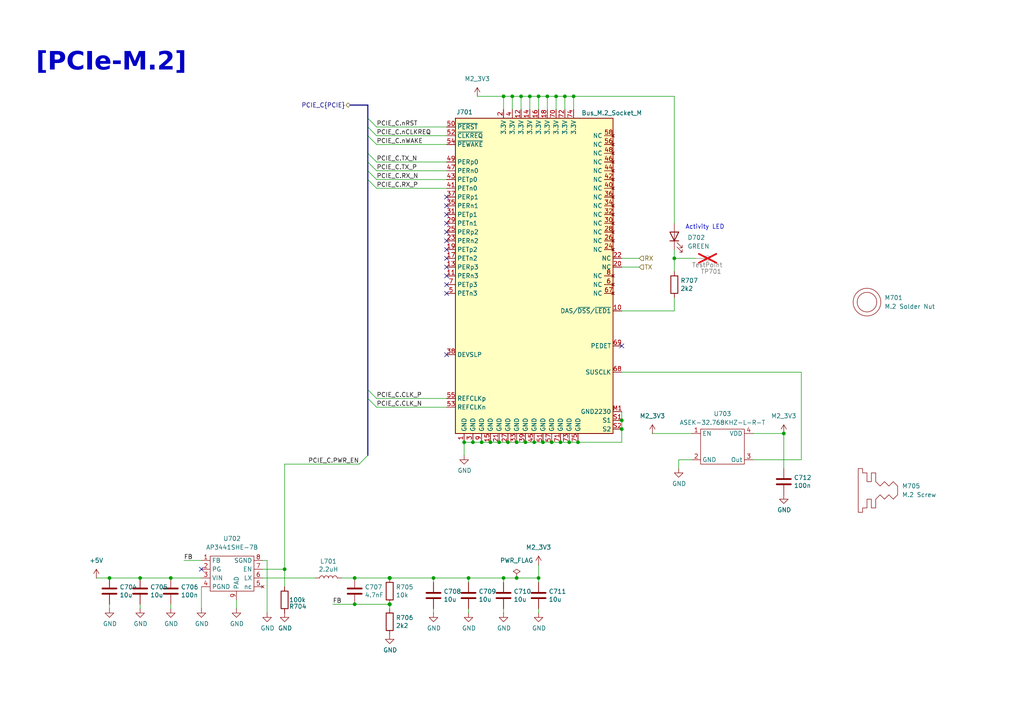
<source format=kicad_sch>
(kicad_sch (version 20231120) (generator "eeschema") (generator_version "8.0")
  (paper "A4")
  (title_block (title "CM5 MINIMA") (date "2024-12-17") (rev "2") (company "Pierluigi Colangeli"))
  (lib_symbols
    (symbol "CM5IO:AP3441SHE-7B"
      (property "Reference" "U702" (at 0 11.43 0))
      (property "Value" "AP3441SHE-7B" (at 0 8.89 0))
      (symbol "AP3441SHE-7B_0_1"
        (rectangle (start -6.35 6.35) (end 6.35 -3.81))
      )
      (symbol "AP3441SHE-7B_1_1"
        (pin passive line (at -8.89 5.08 0) (length 2.54) (name "FB") (number "1"))
        (pin open_collector line (at -8.89 2.54 0) (length 2.54) (name "PG") (number "2"))
        (pin power_in line (at -8.89 0 0) (length 2.54) (name "VIN") (number "3"))
        (pin power_in line (at -8.89 -2.54 0) (length 2.54) (name "PGND") (number "4"))
        (pin no_connect line (at 8.89 -2.54 180) (length 2.54) (name "nc") (number "5"))
        (pin power_out line (at 8.89 0 180) (length 2.54) (name "LX") (number "6"))
        (pin input line (at 8.89 2.54 180) (length 2.54) (name "EN") (number "7"))
        (pin power_in line (at 8.89 5.08 180) (length 2.54) (name "SGND") (number "8"))
        (pin power_in line (at 1.27 -6.35 90) (length 2.54) (name "PAD") (number "9"))
      )
    )
    (symbol "CM5IO:ASEK-32.768KHZ-L-R-T"
      (property "Reference" "U703" (at 0 9.525 0))
      (property "Value" "ASEK-32.768KHZ-L-R-T" (at 0 6.985 0))
      (symbol "ASEK-32.768KHZ-L-R-T_0_1"
        (rectangle (start -6.35 5.08) (end 6.35 -5.08))
      )
      (symbol "ASEK-32.768KHZ-L-R-T_1_1"
        (pin power_in line (at -8.89 3.81 0) (length 2.54) (name "EN") (number "1"))
        (pin power_in line (at -8.89 -3.81 0) (length 2.54) (name "GND") (number "2"))
        (pin output line (at 8.89 -3.81 180) (length 2.54) (name "Out") (number "3"))
        (pin power_in line (at 8.89 3.81 180) (length 2.54) (name "VDD") (number "4"))
      )
    )
    (symbol "CM5IO:Bus_M.2_Socket_M"
      (property "Reference" "J701" (at -22.606 47.498 0))
      (property "Value" "Bus_M.2_Socket_M" (at 13.716 47.244 0))
      (symbol "Bus_M.2_Socket_M_0_1"
        (rectangle (start -22.86 45.72) (end 22.86 -45.72) (stroke (width 0.254)) (fill (type background)))
      )
      (symbol "Bus_M.2_Socket_M_1_1"
        (pin power_in line (at -20.32 -48.26 90) (length 2.54) (name "GND") (number "1"))
        (pin bidirectional line (at 25.4 -10.16 180) (length 2.54) (name "DAS/~{DSS}/~{LED1}") (number "10"))
        (pin input line (at -25.4 0 0) (length 2.54) (name "PERn3") (number "11"))
        (pin power_in line (at -3.81 48.26 270) (length 2.54) (name "3.3V") (number "12"))
        (pin input line (at -25.4 2.54 0) (length 2.54) (name "PERp3") (number "13"))
        (pin power_in line (at -1.27 48.26 270) (length 2.54) (name "3.3V") (number "14"))
        (pin power_in line (at -12.7 -48.26 90) (length 2.54) (name "GND") (number "15"))
        (pin power_in line (at 1.27 48.26 270) (length 2.54) (name "3.3V") (number "16"))
        (pin output line (at -25.4 5.08 0) (length 2.54) (name "PETn2") (number "17"))
        (pin power_in line (at 3.81 48.26 270) (length 2.54) (name "3.3V") (number "18"))
        (pin output line (at -25.4 7.62 0) (length 2.54) (name "PETp2") (number "19"))
        (pin power_in line (at -8.89 48.26 270) (length 2.54) (name "3.3V") (number "2"))
        (pin bidirectional line (at 25.4 2.54 180) (length 2.54) (name "NC") (number "20"))
        (pin power_in line (at -10.16 -48.26 90) (length 2.54) (name "GND") (number "21"))
        (pin bidirectional line (at 25.4 5.08 180) (length 2.54) (name "NC") (number "22"))
        (pin input line (at -25.4 10.16 0) (length 2.54) (name "PERn2") (number "23"))
        (pin no_connect line (at 22.86 7.62 180) (length 2.54) (name "NC") (number "24"))
        (pin input line (at -25.4 12.7 0) (length 2.54) (name "PERp2") (number "25"))
        (pin no_connect line (at 22.86 10.16 180) (length 2.54) (name "NC") (number "26"))
        (pin power_in line (at -7.62 -48.26 90) (length 2.54) (name "GND") (number "27"))
        (pin no_connect line (at 22.86 12.7 180) (length 2.54) (name "NC") (number "28"))
        (pin output line (at -25.4 15.24 0) (length 2.54) (name "PETn1") (number "29"))
        (pin power_in line (at -17.78 -48.26 90) (length 2.54) (name "GND") (number "3"))
        (pin no_connect line (at 22.86 15.24 180) (length 2.54) (name "NC") (number "30"))
        (pin output line (at -25.4 17.78 0) (length 2.54) (name "PETp1") (number "31"))
        (pin no_connect line (at 22.86 17.78 180) (length 2.54) (name "NC") (number "32"))
        (pin power_in line (at -5.08 -48.26 90) (length 2.54) (name "GND") (number "33"))
        (pin no_connect line (at 22.86 20.32 180) (length 2.54) (name "NC") (number "34"))
        (pin input line (at -25.4 20.32 0) (length 2.54) (name "PERn1") (number "35"))
        (pin no_connect line (at 22.86 22.86 180) (length 2.54) (name "NC") (number "36"))
        (pin input line (at -25.4 22.86 0) (length 2.54) (name "PERp1") (number "37"))
        (pin input line (at -25.4 -22.86 0) (length 2.54) (name "DEVSLP") (number "38"))
        (pin power_in line (at -2.54 -48.26 90) (length 2.54) (name "GND") (number "39"))
        (pin power_in line (at -6.35 48.26 270) (length 2.54) (name "3.3V") (number "4"))
        (pin no_connect line (at 22.86 25.4 180) (length 2.54) (name "NC") (number "40"))
        (pin output line (at -25.4 25.4 0) (length 2.54) (name "PETn0") (number "41"))
        (pin no_connect line (at 22.86 27.94 180) (length 2.54) (name "NC") (number "42"))
        (pin output line (at -25.4 27.94 0) (length 2.54) (name "PETp0") (number "43"))
        (pin no_connect line (at 22.86 30.48 180) (length 2.54) (name "NC") (number "44"))
        (pin power_in line (at 0 -48.26 90) (length 2.54) (name "GND") (number "45"))
        (pin no_connect line (at 22.86 33.02 180) (length 2.54) (name "NC") (number "46"))
        (pin input line (at -25.4 30.48 0) (length 2.54) (name "PERn0") (number "47"))
        (pin no_connect line (at 22.86 35.56 180) (length 2.54) (name "NC") (number "48"))
        (pin input line (at -25.4 33.02 0) (length 2.54) (name "PERp0") (number "49"))
        (pin output line (at -25.4 -5.08 0) (length 2.54) (name "PETn3") (number "5"))
        (pin input line (at -25.4 43.18 0) (length 2.54) (name "~{PERST}") (number "50"))
        (pin power_in line (at 2.54 -48.26 90) (length 2.54) (name "GND") (number "51"))
        (pin bidirectional line (at -25.4 40.64 0) (length 2.54) (name "~{CLKREQ}") (number "52"))
        (pin input line (at -25.4 -38.1 0) (length 2.54) (name "REFCLKn") (number "53"))
        (pin bidirectional line (at -25.4 38.1 0) (length 2.54) (name "~{PEWAKE}") (number "54"))
        (pin input line (at -25.4 -35.56 0) (length 2.54) (name "REFCLKp") (number "55"))
        (pin no_connect line (at 22.86 38.1 180) (length 2.54) (name "NC") (number "56"))
        (pin power_in line (at 5.08 -48.26 90) (length 2.54) (name "GND") (number "57"))
        (pin no_connect line (at 22.86 40.64 180) (length 2.54) (name "NC") (number "58"))
        (pin no_connect line (at 22.86 -2.54 180) (length 2.54) (name "NC") (number "6"))
        (pin no_connect line (at 22.86 -5.08 180) (length 2.54) (name "NC") (number "67"))
        (pin input line (at 25.4 -27.94 180) (length 2.54) (name "SUSCLK") (number "68"))
        (pin passive line (at 25.4 -20.32 180) (length 2.54) (name "PEDET") (number "69"))
        (pin output line (at -25.4 -2.54 0) (length 2.54) (name "PETp3") (number "7"))
        (pin power_in line (at 6.35 48.26 270) (length 2.54) (name "3.3V") (number "70"))
        (pin power_in line (at 7.62 -48.26 90) (length 2.54) (name "GND") (number "71"))
        (pin power_in line (at 8.89 48.26 270) (length 2.54) (name "3.3V") (number "72"))
        (pin power_in line (at 10.16 -48.26 90) (length 2.54) (name "GND") (number "73"))
        (pin power_in line (at 11.43 48.26 270) (length 2.54) (name "3.3V") (number "74"))
        (pin power_in line (at 12.7 -48.26 90) (length 2.54) (name "GND") (number "75"))
        (pin no_connect line (at 22.86 0 180) (length 2.54) (name "NC") (number "8"))
        (pin power_in line (at -15.24 -48.26 90) (length 2.54) (name "GND") (number "9"))
        (pin power_in line (at 25.4 -39.37 180) (length 2.54) (name "GND2230") (number "M1"))
        (pin no_connect line (at 25.4 -36.83 180) (length 2.54) hide (name "GND2242") (number "M2"))
        (pin no_connect line (at 25.4 -34.29 180) (length 2.54) hide (name "GND2260") (number "M3"))
        (pin no_connect line (at 25.4 -31.75 180) (length 2.54) hide (name "GND2280") (number "M4"))
        (pin power_in line (at 25.4 -41.91 180) (length 2.54) (name "S1") (number "S1"))
        (pin power_in line (at 25.4 -44.45 180) (length 2.54) (name "S2") (number "S2"))
      )
    )
    (symbol "CM5IO:M.2_Screw" (pin_numbers hide) (pin_names (offset 0) hide) (on_board no)
      (property "Reference" "M" (at -0.254 -6.35 0))
      (property "Value" "M.2 Screw" (at 0.254 -8.636 0))
      (symbol "M.2_Screw_0_1"
        (polyline (pts (xy -5.08 0) (xy -5.08 -6.35) (xy -3.81 -6.35) (xy -3.81 -5.08) (xy -2.54 -5.08) (xy -2.54 -2.54) (xy -1.27 -2.54) (xy -1.27 -5.08) (xy 0 -5.08) (xy 0 -2.54) (xy 1.27 -1.27) (xy 2.54 -2.54) (xy 3.81 -1.27) (xy 5.08 -2.54) (xy 6.35 -1.27) (xy 6.35 1.27) (xy 5.08 2.54) (xy 3.81 1.27) (xy 2.54 2.54) (xy 1.27 1.27) (xy 0 2.54) (xy 0 5.08) (xy -1.27 5.08) (xy -1.27 2.54) (xy -2.54 2.54) (xy -2.54 5.08) (xy -3.81 5.08) (xy -3.81 6.35) (xy -5.08 6.35) (xy -5.08 0)))
      )
    )
    (symbol "CM5IO:SolderNut" (pin_numbers hide) (pin_names (offset 0) hide) (exclude_from_sim yes) (on_board no)
      (property "Reference" "M" (at -6.35 -3.556 0))
      (property "Value" "M.2 Solder Nut" (at 0.254 -5.842 0))
      (symbol "SolderNut_0_1"
        (circle (center 0 0) (radius 2.8398))
        (circle (center 0 0) (radius 4.0161))
      )
    )
    (symbol "Connector:TestPoint" (pin_numbers hide) (pin_names (offset 0.762) hide)
      (property "Reference" "TP" (at 0 6.858 0))
      (property "Value" "TestPoint" (at 0 5.08 0))
      (symbol "TestPoint_0_1"
        (circle (center 0 3.302) (radius 0.762))
      )
      (symbol "TestPoint_1_1"
        (pin passive line (at 0 0 90) (length 2.54) (name "1") (number "1"))
      )
    )
    (symbol "Device:C" (pin_numbers hide) (pin_names (offset 0.254))
      (property "Reference" "C" (at 0.635 2.54 0))
      (property "Value" "C" (at 0.635 -2.54 0))
      (symbol "C_0_1"
        (polyline (pts (xy -2.032 -0.762) (xy 2.032 -0.762)) (stroke (width 0.508)))
        (polyline (pts (xy -2.032 0.762) (xy 2.032 0.762)) (stroke (width 0.508)))
      )
      (symbol "C_1_1"
        (pin passive line (at 0 3.81 270) (length 2.794) (name "~") (number "1"))
        (pin passive line (at 0 -3.81 90) (length 2.794) (name "~") (number "2"))
      )
    )
    (symbol "Device:L" (pin_numbers hide) (pin_names (offset 1.016) hide)
      (property "Reference" "L" (at -1.27 0 90))
      (property "Value" "L" (at 1.905 0 90))
      (symbol "L_0_1"
        (arc (start 0 -2.54) (mid 0.6323 -1.905) (end 0 -1.27))
        (arc (start 0 -1.27) (mid 0.6323 -0.635) (end 0 0))
        (arc (start 0 0) (mid 0.6323 0.635) (end 0 1.27))
        (arc (start 0 1.27) (mid 0.6323 1.905) (end 0 2.54))
      )
      (symbol "L_1_1"
        (pin passive line (at 0 3.81 270) (length 1.27) (name "1") (number "1"))
        (pin passive line (at 0 -3.81 90) (length 1.27) (name "2") (number "2"))
      )
    )
    (symbol "Device:LED" (pin_numbers hide) (pin_names (offset 1.016) hide)
      (property "Reference" "D" (at 0 2.54 0))
      (property "Value" "LED" (at 0 -2.54 0))
      (symbol "LED_0_1"
        (polyline (pts (xy -1.27 -1.27) (xy -1.27 1.27)) (stroke (width 0.254)))
        (polyline (pts (xy -1.27 0) (xy 1.27 0)))
        (polyline (pts (xy 1.27 -1.27) (xy 1.27 1.27) (xy -1.27 0) (xy 1.27 -1.27)) (stroke (width 0.254)))
        (polyline (pts (xy -3.048 -0.762) (xy -4.572 -2.286) (xy -3.81 -2.286) (xy -4.572 -2.286) (xy -4.572 -1.524)))
        (polyline (pts (xy -1.778 -0.762) (xy -3.302 -2.286) (xy -2.54 -2.286) (xy -3.302 -2.286) (xy -3.302 -1.524)))
      )
      (symbol "LED_1_1"
        (pin passive line (at -3.81 0 0) (length 2.54) (name "K") (number "1"))
        (pin passive line (at 3.81 0 180) (length 2.54) (name "A") (number "2"))
      )
    )
    (symbol "Device:R" (pin_numbers hide) (pin_names (offset 0))
      (property "Reference" "R" (at 2.032 0 90))
      (property "Value" "R" (at 0 0 90))
      (symbol "R_0_1"
        (rectangle (start -1.016 -2.54) (end 1.016 2.54) (stroke (width 0.254)))
      )
      (symbol "R_1_1"
        (pin passive line (at 0 3.81 270) (length 1.27) (name "~") (number "1"))
        (pin passive line (at 0 -3.81 90) (length 1.27) (name "~") (number "2"))
      )
    )
    (symbol "power:+5V" (power) (pin_numbers hide) (pin_names (offset 0) hide)
      (property "Value" "+5V" (at 0 3.556 0))
      (symbol "+5V_0_1"
        (polyline (pts (xy -0.762 1.27) (xy 0 2.54)))
        (polyline (pts (xy 0 0) (xy 0 2.54)))
        (polyline (pts (xy 0 2.54) (xy 0.762 1.27)))
      )
      (symbol "+5V_1_1"
        (pin power_in line (at 0 0 90) (length 0) (name "~") (number "1"))
      )
    )
    (symbol "power:GND" (power) (pin_numbers hide) (pin_names (offset 0) hide)
      (property "Value" "GND" (at 0 -3.81 0))
      (symbol "GND_0_1"
        (polyline (pts (xy 0 0) (xy 0 -1.27) (xy 1.27 -1.27) (xy 0 -2.54) (xy -1.27 -1.27) (xy 0 -1.27)))
      )
      (symbol "GND_1_1"
        (pin power_in line (at 0 0 270) (length 0) (name "~") (number "1"))
      )
    )
    (symbol "power:PWR_FLAG" (power) (pin_numbers hide) (pin_names (offset 0) hide)
      (property "Value" "PWR_FLAG" (at 0 3.81 0))
      (symbol "PWR_FLAG_0_0"
        (pin power_out line (at 0 0 90) (length 0) (name "~") (number "1"))
      )
      (symbol "PWR_FLAG_0_1"
        (polyline (pts (xy 0 0) (xy 0 1.27) (xy -1.016 1.905) (xy 0 2.54) (xy 1.016 1.905) (xy 0 1.27)))
      )
    )
  )
  (bus_alias "PCIE" (members "nRST" "nCLKREQ" "nWAKE" "TX_N" "TX_P" "RX_N" "RX_P" "CLK_N" "CLK_P" "PWR_EN"))
  (junction (at 146.05 27.94))
  (junction (at 142.24 128.27))
  (junction (at 125.73 167.64))
  (junction (at 166.37 27.94))
  (junction (at 49.53 167.64))
  (junction (at 82.55 165.1))
  (junction (at 195.58 74.93))
  (junction (at 40.64 167.64))
  (junction (at 180.34 124.46))
  (junction (at 180.34 121.92))
  (junction (at 158.75 27.94))
  (junction (at 144.78 128.27))
  (junction (at 137.16 128.27))
  (junction (at 134.62 128.27))
  (junction (at 151.13 27.94))
  (junction (at 167.64 128.27))
  (junction (at 148.59 27.94))
  (junction (at 102.87 167.64))
  (junction (at 102.87 175.26))
  (junction (at 113.03 175.26) (diameter 1.016))
  (junction (at 157.48 128.27))
  (junction (at 153.67 27.94))
  (junction (at 160.02 128.27))
  (junction (at 152.4 128.27))
  (junction (at 139.7 128.27))
  (junction (at 149.86 167.64))
  (junction (at 161.29 27.94))
  (junction (at 156.21 27.94))
  (junction (at 135.89 167.64))
  (junction (at 163.83 27.94))
  (junction (at 227.33 125.73))
  (junction (at 154.94 128.27))
  (junction (at 162.56 128.27))
  (junction (at 156.21 167.64))
  (junction (at 147.32 128.27))
  (junction (at 165.1 128.27))
  (junction (at 31.75 167.64))
  (junction (at 146.05 167.64))
  (junction (at 149.86 128.27))
  (junction (at 113.03 167.64) (diameter 1.016))
  (no_connect (at 129.54 67.31))
  (no_connect (at 129.54 74.93))
  (no_connect (at 129.54 72.39))
  (no_connect (at 129.54 82.55))
  (no_connect (at 129.54 80.01))
  (no_connect (at 129.54 85.09))
  (no_connect (at 129.54 57.15))
  (no_connect (at 58.42 165.1))
  (no_connect (at 129.54 64.77))
  (no_connect (at 129.54 77.47))
  (no_connect (at 129.54 62.23))
  (no_connect (at 129.54 102.87))
  (no_connect (at 180.34 100.33))
  (no_connect (at 129.54 69.85))
  (no_connect (at 129.54 59.69))
  (bus_entry (at 109.22 39.37) (size -2.54 -2.54))
  (bus_entry (at 109.22 54.61) (size -2.54 -2.54))
  (bus_entry (at 109.22 115.57) (size -2.54 -2.54))
  (bus_entry (at 109.22 36.83) (size -2.54 -2.54))
  (bus_entry (at 109.22 118.11) (size -2.54 -2.54))
  (bus_entry (at 104.14 134.62) (size 2.54 -2.54))
  (bus_entry (at 109.22 49.53) (size -2.54 -2.54))
  (bus_entry (at 109.22 46.99) (size -2.54 -2.54))
  (bus_entry (at 109.22 52.07) (size -2.54 -2.54))
  (bus_entry (at 109.22 41.91) (size -2.54 -2.54))
  (wire (pts (xy 76.2 165.1) (xy 82.55 165.1)))
  (bus (pts (xy 106.68 115.57) (xy 106.68 132.08)))
  (wire (pts (xy 109.22 36.83) (xy 129.54 36.83)))
  (wire (pts (xy 146.05 176.53) (xy 146.05 177.8)))
  (wire (pts (xy 160.02 128.27) (xy 157.48 128.27)))
  (wire (pts (xy 27.94 167.64) (xy 31.75 167.64)))
  (wire (pts (xy 180.34 128.27) (xy 167.64 128.27)))
  (wire (pts (xy 68.58 176.53) (xy 68.58 173.99)))
  (wire (pts (xy 40.64 167.64) (xy 49.53 167.64)))
  (wire (pts (xy 49.53 167.64) (xy 58.42 167.64)))
  (wire (pts (xy 166.37 27.94) (xy 166.37 31.75)))
  (wire (pts (xy 109.22 115.57) (xy 129.54 115.57)))
  (wire (pts (xy 31.75 167.64) (xy 40.64 167.64)))
  (wire (pts (xy 180.34 124.46) (xy 180.34 128.27)))
  (wire (pts (xy 189.23 125.73) (xy 200.66 125.73)))
  (wire (pts (xy 99.06 167.64) (xy 102.87 167.64)))
  (wire (pts (xy 196.85 135.89) (xy 196.85 133.35)))
  (wire (pts (xy 180.34 121.92) (xy 180.34 124.46)))
  (wire (pts (xy 113.03 176.53) (xy 113.03 175.26)))
  (wire (pts (xy 156.21 176.53) (xy 156.21 177.8)))
  (wire (pts (xy 153.67 27.94) (xy 156.21 27.94)))
  (wire (pts (xy 156.21 27.94) (xy 158.75 27.94)))
  (wire (pts (xy 109.22 118.11) (xy 129.54 118.11)))
  (wire (pts (xy 109.22 52.07) (xy 129.54 52.07)))
  (bus (pts (xy 106.68 49.53) (xy 106.68 52.07)))
  (wire (pts (xy 125.73 177.8) (xy 125.73 176.53)))
  (wire (pts (xy 195.58 27.94) (xy 195.58 64.77)))
  (wire (pts (xy 180.34 90.17) (xy 195.58 90.17)))
  (wire (pts (xy 162.56 128.27) (xy 160.02 128.27)))
  (wire (pts (xy 180.34 119.38) (xy 180.34 121.92)))
  (wire (pts (xy 156.21 167.64) (xy 156.21 168.91)))
  (wire (pts (xy 161.29 27.94) (xy 161.29 31.75)))
  (bus (pts (xy 101.6 30.48) (xy 106.68 30.48)))
  (wire (pts (xy 166.37 27.94) (xy 195.58 27.94)))
  (bus (pts (xy 106.68 113.03) (xy 106.68 115.57)))
  (wire (pts (xy 180.34 107.95) (xy 232.41 107.95)))
  (bus (pts (xy 106.68 52.07) (xy 106.68 113.03)))
  (bus (pts (xy 106.68 39.37) (xy 106.68 44.45)))
  (wire (pts (xy 149.86 128.27) (xy 152.4 128.27)))
  (wire (pts (xy 77.47 162.56) (xy 77.47 177.8)))
  (wire (pts (xy 146.05 167.64) (xy 146.05 168.91)))
  (wire (pts (xy 82.55 134.62) (xy 82.55 165.1)))
  (wire (pts (xy 129.54 46.99) (xy 109.22 46.99)))
  (wire (pts (xy 157.48 128.27) (xy 154.94 128.27)))
  (wire (pts (xy 195.58 74.93) (xy 195.58 78.74)))
  (wire (pts (xy 102.87 175.26) (xy 113.03 175.26)))
  (wire (pts (xy 31.75 175.26) (xy 31.75 176.53)))
  (wire (pts (xy 125.73 168.91) (xy 125.73 167.64)))
  (wire (pts (xy 232.41 133.35) (xy 218.44 133.35)))
  (wire (pts (xy 109.22 49.53) (xy 129.54 49.53)))
  (wire (pts (xy 151.13 27.94) (xy 153.67 27.94)))
  (wire (pts (xy 102.87 167.64) (xy 113.03 167.64)))
  (wire (pts (xy 196.85 133.35) (xy 200.66 133.35)))
  (wire (pts (xy 146.05 27.94) (xy 146.05 31.75)))
  (wire (pts (xy 195.58 74.93) (xy 201.93 74.93)))
  (wire (pts (xy 149.86 128.27) (xy 147.32 128.27)))
  (wire (pts (xy 146.05 167.64) (xy 149.86 167.64)))
  (wire (pts (xy 195.58 90.17) (xy 195.58 86.36)))
  (wire (pts (xy 134.62 128.27) (xy 137.16 128.27)))
  (wire (pts (xy 151.13 27.94) (xy 151.13 31.75)))
  (wire (pts (xy 76.2 162.56) (xy 77.47 162.56)))
  (wire (pts (xy 139.7 128.27) (xy 142.24 128.27)))
  (wire (pts (xy 163.83 27.94) (xy 166.37 27.94)))
  (wire (pts (xy 134.62 128.27) (xy 134.62 132.08)))
  (wire (pts (xy 142.24 128.27) (xy 144.78 128.27)))
  (wire (pts (xy 96.52 175.26) (xy 102.87 175.26)))
  (wire (pts (xy 125.73 167.64) (xy 135.89 167.64)))
  (bus (pts (xy 106.68 34.29) (xy 106.68 36.83)))
  (bus (pts (xy 106.68 36.83) (xy 106.68 39.37)))
  (wire (pts (xy 53.34 162.56) (xy 58.42 162.56)))
  (wire (pts (xy 167.64 128.27) (xy 165.1 128.27)))
  (wire (pts (xy 148.59 27.94) (xy 148.59 31.75)))
  (wire (pts (xy 146.05 27.94) (xy 148.59 27.94)))
  (wire (pts (xy 135.89 167.64) (xy 135.89 168.91)))
  (wire (pts (xy 148.59 27.94) (xy 151.13 27.94)))
  (bus (pts (xy 106.68 46.99) (xy 106.68 49.53)))
  (wire (pts (xy 227.33 125.73) (xy 218.44 125.73)))
  (wire (pts (xy 40.64 175.26) (xy 40.64 176.53)))
  (wire (pts (xy 195.58 74.93) (xy 195.58 72.39)))
  (wire (pts (xy 109.22 41.91) (xy 129.54 41.91)))
  (wire (pts (xy 180.34 77.47) (xy 185.42 77.47)))
  (wire (pts (xy 58.42 176.53) (xy 58.42 170.18)))
  (wire (pts (xy 227.33 135.89) (xy 227.33 125.73)))
  (wire (pts (xy 135.89 167.64) (xy 146.05 167.64)))
  (wire (pts (xy 138.43 27.94) (xy 146.05 27.94)))
  (wire (pts (xy 109.22 54.61) (xy 129.54 54.61)))
  (wire (pts (xy 109.22 39.37) (xy 129.54 39.37)))
  (wire (pts (xy 180.34 74.93) (xy 185.42 74.93)))
  (bus (pts (xy 106.68 30.48) (xy 106.68 34.29)))
  (wire (pts (xy 158.75 27.94) (xy 161.29 27.94)))
  (wire (pts (xy 139.7 128.27) (xy 137.16 128.27)))
  (wire (pts (xy 153.67 27.94) (xy 153.67 31.75)))
  (wire (pts (xy 163.83 27.94) (xy 163.83 31.75)))
  (wire (pts (xy 149.86 167.64) (xy 156.21 167.64)))
  (wire (pts (xy 161.29 27.94) (xy 163.83 27.94)))
  (wire (pts (xy 104.14 134.62) (xy 82.55 134.62)))
  (wire (pts (xy 49.53 175.26) (xy 49.53 176.53)))
  (wire (pts (xy 82.55 165.1) (xy 82.55 170.18)))
  (wire (pts (xy 135.89 176.53) (xy 135.89 177.8)))
  (bus (pts (xy 106.68 44.45) (xy 106.68 46.99)))
  (wire (pts (xy 76.2 167.64) (xy 91.44 167.64)))
  (wire (pts (xy 152.4 128.27) (xy 154.94 128.27)))
  (wire (pts (xy 156.21 163.83) (xy 156.21 167.64)))
  (wire (pts (xy 144.78 128.27) (xy 147.32 128.27)))
  (wire (pts (xy 158.75 27.94) (xy 158.75 31.75)))
  (wire (pts (xy 113.03 167.64) (xy 125.73 167.64)))
  (wire (pts (xy 165.1 128.27) (xy 162.56 128.27)))
  (wire (pts (xy 156.21 27.94) (xy 156.21 31.75)))
  (wire (pts (xy 232.41 107.95) (xy 232.41 133.35)))
  (text "[PCIe-M.2]" (at 32.258 19.558 0) (effects (font (size 5.27 5.27) (bold yes))))
  (text "Activity LED" (at 198.755 66.675 0) (effects (font (size 1.27 1.27)) (justify left bottom)))
  (label "PCIE_C.nWAKE" (at 109.22 41.91 0))
  (label "PCIE_C.RX_N" (at 109.22 52.07 0))
  (label "PCIE_C.RX_P" (at 109.22 54.61 0))
  (label "PCIE_C.CLK_N" (at 109.22 118.11 0))
  (label "PCIE_C.PWR_EN" (at 104.14 134.62 180))
  (label "FB" (at 53.34 162.56 0))
  (label "PCIE_C.TX_N" (at 109.22 46.99 0))
  (label "PCIE_C.nCLKREQ" (at 109.22 39.37 0))
  (label "PCIE_C.CLK_P" (at 109.22 115.57 0))
  (label "PCIE_C.nRST" (at 109.22 36.83 0))
  (label "PCIE_C.TX_P" (at 109.22 49.53 0))
  (label "FB" (at 96.52 175.26 0))
  (hierarchical_label "TX" (shape input) (at 185.42 77.47 0))
  (hierarchical_label "RX" (shape input) (at 185.42 74.93 0))
  (hierarchical_label "PCIE_C{PCIE}" (shape bidirectional) (at 101.6 30.48 180))
  (symbol (lib_id "power:GND") (at 156.21 177.8 0) (unit 1)
    (property "Reference" "#PWR0724" (effects (hide yes)))
    (property "Value" "GND" (at 156.337 182.1942 0))
    (property "Description" "Power symbol creates a global label with name \"GND\" , ground" (effects (hide yes)))
  )
  (symbol (lib_id "Device:C") (at 156.21 172.72 0) (unit 1)
    (property "Reference" "C711" (at 159.131 171.5516 0) (effects (justify left)))
    (property "Value" "10u" (at 159.131 173.863 0) (effects (justify left)))
    (property "Footprint" "Capacitor_SMD:C_0805_2012Metric" (effects (hide yes)))
    (property "Datasheet" "https://search.murata.co.jp/Ceramy/image/img/A01X/G101/ENG/GRM21BR71A106KA73-01.pdf" (effects (hide yes)))
    (property "Field4" "Digikey" (effects (hide yes)))
    (property "Field5" "490-14381-1-ND" (effects (hide yes)))
    (property "Field6" "GRM21BR71A106KA73L" (effects (hide yes)))
    (property "Field7" "Murata" (effects (hide yes)))
    (property "Field8" "111893011" (effects (hide yes)))
    (property "Part Description" "	10uF 10% 10V Ceramic Capacitor X7R 0805 (2012 Metric)" (effects (hide yes)))
  )
  (symbol (lib_id "power:+5V") (at 189.23 125.73 0) (unit 1)
    (property "Reference" "#PWR0729" (effects (hide yes)))
    (property "Value" "M2_3V3" (at 189.23 120.65 0))
    (property "Description" "Power symbol creates a global label with name \"+5V\"" (effects (hide yes)))
  )
  (symbol (lib_id "Device:C") (at 102.87 171.45 0) (unit 1)
    (property "Reference" "C707" (at 105.791 170.2816 0) (effects (justify left)))
    (property "Value" "4.7nF" (at 105.791 172.593 0) (effects (justify left)))
    (property "Footprint" "Capacitor_SMD:C_0402_1005Metric" (effects (hide yes)))
    (property "Part Description" "4.7nF capacitor 0402" (effects (hide yes)))
  )
  (symbol (lib_id "power:GND") (at 125.73 177.8 0) (unit 1)
    (property "Reference" "#PWR0720" (effects (hide yes)))
    (property "Value" "GND" (at 125.857 182.1942 0))
    (property "Description" "Power symbol creates a global label with name \"GND\" , ground" (effects (hide yes)))
  )
  (symbol (lib_id "Device:C") (at 49.53 171.45 0) (unit 1)
    (property "Reference" "C706" (at 52.451 170.2816 0) (effects (justify left)))
    (property "Value" "100n" (at 52.451 172.593 0) (effects (justify left)))
    (property "Footprint" "Capacitor_SMD:C_0402_1005Metric" (effects (hide yes)))
    (property "Datasheet" "https://search.murata.co.jp/Ceramy/image/img/A01X/G101/ENG/GRM155R71C104KA88-01.pdf" (effects (hide yes)))
    (property "Field4" "Farnell" (effects (hide yes)))
    (property "Field5" "2611911" (effects (hide yes)))
    (property "Field6" "RM EMK105 B7104KV-F" (effects (hide yes)))
    (property "Field7" "TAIYO YUDEN EUROPE GMBH" (effects (hide yes)))
    (property "Field8" "110091611" (effects (hide yes)))
    (property "Part Description" "	0.1uF 10% 16V Ceramic Capacitor X7R 0402 (1005 Metric)" (effects (hide yes)))
  )
  (symbol (lib_id "power:+5V") (at 156.21 163.83 0) (unit 1)
    (property "Reference" "#PWR0728" (effects (hide yes)))
    (property "Value" "M2_3V3" (at 156.21 158.75 0))
    (property "Description" "Power symbol creates a global label with name \"+5V\"" (effects (hide yes)))
  )
  (symbol (lib_id "Device:R") (at 113.03 171.45 0) (unit 1)
    (property "Reference" "R705" (at 114.808 170.2816 0) (effects (justify left)))
    (property "Value" "10k" (at 114.808 172.593 0) (effects (justify left)))
    (property "Footprint" "Resistor_SMD:R_0402_1005Metric" (effects (hide yes)))
  )
  (symbol (lib_id "power:GND") (at 68.58 176.53 0) (unit 1)
    (property "Reference" "#PWR0716" (effects (hide yes)))
    (property "Value" "GND" (at 68.707 180.9242 0))
    (property "Description" "Power symbol creates a global label with name \"GND\" , ground" (effects (hide yes)))
  )
  (symbol (lib_id "power:+5V") (at 138.43 27.94 0) (unit 1)
    (property "Reference" "#PWR0731" (effects (hide yes)))
    (property "Value" "M2_3V3" (at 138.43 22.86 0))
    (property "Description" "Power symbol creates a global label with name \"+5V\"" (effects (hide yes)))
  )
  (symbol (lib_id "CM5IO:ASEK-32.768KHZ-L-R-T") (at 209.55 129.54 0) (unit 1)
    (property "Reference" "U703" (at 209.55 120.015 0))
    (property "Value" "ASEK-32.768KHZ-L-R-T" (at 209.55 122.555 0))
    (property "Footprint" "Crystal:Crystal_SMD_3225-4Pin_3.2x2.5mm" (effects (hide yes)))
    (property "Datasheet" "https://abracon.com/Oscillators/ASEK.pdf" (effects (hide yes)))
    (property "Field5" "ASEK-32.768KHZ-L-R-T" (effects (hide yes)))
    (property "Field6" "ASEK-32.768KHZ-L-R-T" (effects (hide yes)))
    (property "Field7" "abracon" (effects (hide yes)))
    (property "Part Description" "32KHz Xtal oscilator" (effects (hide yes)))
  )
  (symbol (lib_id "Device:C") (at 31.75 171.45 0) (unit 1)
    (property "Reference" "C704" (at 34.671 170.2816 0) (effects (justify left)))
    (property "Value" "10u" (at 34.671 172.593 0) (effects (justify left)))
    (property "Footprint" "Capacitor_SMD:C_0805_2012Metric" (effects (hide yes)))
    (property "Datasheet" "https://search.murata.co.jp/Ceramy/image/img/A01X/G101/ENG/GRM21BR71A106KA73-01.pdf" (effects (hide yes)))
    (property "Field4" "Digikey" (effects (hide yes)))
    (property "Field5" "490-14381-1-ND" (effects (hide yes)))
    (property "Field6" "GRM21BR71A106KA73L" (effects (hide yes)))
    (property "Field7" "Murata" (effects (hide yes)))
    (property "Field8" "111893011" (effects (hide yes)))
    (property "Part Description" "	10uF 10% 10V Ceramic Capacitor X7R 0805 (2012 Metric)" (effects (hide yes)))
  )
  (symbol (lib_id "Device:L") (at 95.25 167.64 90) (unit 1)
    (property "Reference" "L701" (at 95.25 162.814 90))
    (property "Value" "2.2uH" (at 95.25 165.1254 90))
    (property "Footprint" "CM5IO:L_Bourns_SRP5030CC" (effects (hide yes)))
    (property "Datasheet" "https://www.bourns.com/docs/product-datasheets/srp5030cc.pdf" (effects (hide yes)))
    (property "Field6" "SRP5030CC-2R2M" (effects (hide yes)))
    (property "Field7" "Bourns" (effects (hide yes)))
    (property "Part Description" "Inductor, SMT, 2520, 2u2, IRMS=7A, ISAT=8A, DCR=0.032R" (effects (hide yes)))
    (property "Field5" "SRP5030CC-2R2M" (effects (hide yes)))
  )
  (symbol (lib_id "Device:C") (at 227.33 139.7 0) (unit 1)
    (property "Reference" "C712" (at 230.251 138.5316 0) (effects (justify left)))
    (property "Value" "100n" (at 230.251 140.843 0) (effects (justify left)))
    (property "Footprint" "Capacitor_SMD:C_0402_1005Metric" (effects (hide yes)))
    (property "Datasheet" "https://search.murata.co.jp/Ceramy/image/img/A01X/G101/ENG/GRM155R71C104KA88-01.pdf" (effects (hide yes)))
    (property "Field4" "Farnell" (effects (hide yes)))
    (property "Field5" "2611911" (effects (hide yes)))
    (property "Field6" "RM EMK105 B7104KV-F" (effects (hide yes)))
    (property "Field7" "TAIYO YUDEN EUROPE GMBH" (effects (hide yes)))
    (property "Field8" "110091611" (effects (hide yes)))
    (property "Part Description" "	0.1uF 10% 16V Ceramic Capacitor X7R 0402 (1005 Metric)" (effects (hide yes)))
  )
  (symbol (lib_id "power:GND") (at 58.42 176.53 0) (unit 1)
    (property "Reference" "#PWR0715" (effects (hide yes)))
    (property "Value" "GND" (at 58.547 180.9242 0))
    (property "Description" "Power symbol creates a global label with name \"GND\" , ground" (effects (hide yes)))
  )
  (symbol (lib_id "Device:R") (at 82.55 173.99 0) (unit 1)
    (property "Reference" "R704" (at 83.82 175.895 0) (effects (justify left)))
    (property "Value" "100k" (at 83.82 173.99 0) (effects (justify left)))
    (property "Footprint" "Resistor_SMD:R_0402_1005Metric" (effects (hide yes)))
  )
  (symbol (lib_id "power:GND") (at 49.53 176.53 0) (unit 1)
    (property "Reference" "#PWR0714" (effects (hide yes)))
    (property "Value" "GND" (at 49.657 180.9242 0))
    (property "Description" "Power symbol creates a global label with name \"GND\" , ground" (effects (hide yes)))
  )
  (symbol (lib_id "power:GND") (at 77.47 177.8 0) (unit 1)
    (property "Reference" "#PWR0717" (effects (hide yes)))
    (property "Value" "GND" (at 77.597 182.1942 0))
    (property "Description" "Power symbol creates a global label with name \"GND\" , ground" (effects (hide yes)))
  )
  (symbol (lib_id "Device:LED") (at 195.58 68.58 90) (unit 1)
    (property "Reference" "D702" (at 199.39 68.8975 90) (effects (justify right)))
    (property "Value" "GREEN" (at 199.39 71.4375 90) (effects (justify right)))
    (property "Footprint" "EasyEDA:LED-SMD_L1.7-W0.6-RD" (effects (hide yes)))
    (property "Package" "0603" (effects (hide yes)))
  )
  (symbol (lib_id "Device:C") (at 125.73 172.72 0) (unit 1)
    (property "Reference" "C708" (at 128.651 171.5516 0) (effects (justify left)))
    (property "Value" "10u" (at 128.651 173.863 0) (effects (justify left)))
    (property "Footprint" "Capacitor_SMD:C_0805_2012Metric" (effects (hide yes)))
    (property "Datasheet" "https://search.murata.co.jp/Ceramy/image/img/A01X/G101/ENG/GRM21BR71A106KA73-01.pdf" (effects (hide yes)))
    (property "Field4" "Digikey" (effects (hide yes)))
    (property "Field5" "490-14381-1-ND" (effects (hide yes)))
    (property "Field6" "GRM21BR71A106KA73L" (effects (hide yes)))
    (property "Field7" "Murata" (effects (hide yes)))
    (property "Field8" "111893011" (effects (hide yes)))
    (property "Part Description" "	10uF 10% 10V Ceramic Capacitor X7R 0805 (2012 Metric)" (effects (hide yes)))
  )
  (symbol (lib_id "CM5IO:AP3441SHE-7B") (at 67.31 167.64 0) (unit 1)
    (property "Reference" "U702" (at 67.31 156.21 0))
    (property "Value" "AP3441SHE-7B" (at 67.31 158.75 0))
    (property "Footprint" "Package_DFN_QFN:DFN-8-1EP_2x2mm_P0.5mm_EP1.05x1.75mm" (effects (hide yes)))
    (property "Datasheet" "https://www.diodes.com/assets/Datasheets/AP3441-L.pdf" (effects (hide yes)))
    (property "Field5" "AP3441SHE-7B" (effects (hide yes)))
    (property "Field6" "AP3441SHE-7B" (effects (hide yes)))
    (property "Field7" "Diodes" (effects (hide yes)))
    (property "Part Description" "3A DC-DC converter" (effects (hide yes)))
  )
  (symbol (lib_id "power:GND") (at 31.75 176.53 0) (unit 1)
    (property "Reference" "#PWR0712" (effects (hide yes)))
    (property "Value" "GND" (at 31.877 180.9242 0))
    (property "Description" "Power symbol creates a global label with name \"GND\" , ground" (effects (hide yes)))
  )
  (symbol (lib_id "CM5IO:SolderNut") (at 251.46 87.63 0) (unit 1) (exclude_from_sim yes)
    (property "Reference" "M701" (at 256.54 86.3599 0) (effects (justify left)))
    (property "Value" "M.2 Solder Nut" (at 256.54 88.8999 0) (effects (justify left)))
    (property "Footprint" "MountingHole:MountingHole_3.78mm_M2_Pad_TopOnly" (effects (hide yes)))
    (property "Part Description" "Solder nut for M.2 slot" (effects (hide yes)))
  )
  (symbol (lib_id "Device:C") (at 146.05 172.72 0) (unit 1)
    (property "Reference" "C710" (at 148.971 171.5516 0) (effects (justify left)))
    (property "Value" "10u" (at 148.971 173.863 0) (effects (justify left)))
    (property "Footprint" "Capacitor_SMD:C_0805_2012Metric" (effects (hide yes)))
    (property "Datasheet" "https://search.murata.co.jp/Ceramy/image/img/A01X/G101/ENG/GRM21BR71A106KA73-01.pdf" (effects (hide yes)))
    (property "Field4" "Digikey" (effects (hide yes)))
    (property "Field5" "490-14381-1-ND" (effects (hide yes)))
    (property "Field6" "GRM21BR71A106KA73L" (effects (hide yes)))
    (property "Field7" "Murata" (effects (hide yes)))
    (property "Field8" "111893011" (effects (hide yes)))
    (property "Part Description" "	10uF 10% 10V Ceramic Capacitor X7R 0805 (2012 Metric)" (effects (hide yes)))
  )
  (symbol (lib_id "CM5IO:Bus_M.2_Socket_M") (at 154.94 80.01 0) (unit 1)
    (property "Reference" "J701" (at 132.334 32.512 0) (effects (justify left)))
    (property "Value" "Bus_M.2_Socket_M" (at 168.656 32.766 0) (effects (justify left)))
    (property "Footprint" "CM5IO:M.2 M Key socket 2230" (effects (hide yes)))
    (property "Description" "M.2 Socket 3 Mechanical Key M" (effects (hide yes)))
    (property "Field5" "MTSSD03-67MSW337" (effects (hide yes)))
    (property "Field6" "MTSSD03-67MSW337" (effects (hide yes)))
    (property "Field7" "MTCONN" (effects (hide yes)))
    (property "Part Description" "M.2 M Key connector" (effects (hide yes)))
  )
  (symbol (lib_id "power:GND") (at 227.33 143.51 0) (unit 1)
    (property "Reference" "#PWR0726" (effects (hide yes)))
    (property "Value" "GND" (at 227.457 147.9042 0))
    (property "Description" "Power symbol creates a global label with name \"GND\" , ground" (effects (hide yes)))
  )
  (symbol (lib_id "power:+5V") (at 227.33 125.73 0) (unit 1)
    (property "Reference" "#PWR0730" (effects (hide yes)))
    (property "Value" "M2_3V3" (at 227.33 120.65 0))
    (property "Description" "Power symbol creates a global label with name \"+5V\"" (effects (hide yes)))
  )
  (symbol (lib_id "Connector:TestPoint") (at 201.93 74.93 270) (unit 1) (in_bom no) (on_board no) (dnp yes)
    (property "Reference" "TP701" (at 203.2 78.74 90) (effects (justify left)))
    (property "Value" "TestPoint" (at 200.66 76.835 90) (effects (justify left)))
    (property "Footprint" "TestPoint:TestPoint_Pad_2.0x2.0mm" (effects (hide yes)))
    (property "Field4" "nf" (effects (hide yes)))
    (property "Field5" "nf" (effects (hide yes)))
    (property "Field6" "nf" (effects (hide yes)))
    (property "Field7" "nf" (effects (hide yes)))
    (property "Part Description" "Test point" (effects (hide yes)))
  )
  (symbol (lib_id "power:+5V") (at 27.94 167.64 0) (unit 1)
    (property "Reference" "#PWR0727" (effects (hide yes)))
    (property "Value" "+5V" (at 27.94 162.56 0))
    (property "Description" "Power symbol creates a global label with name \"+5V\"" (effects (hide yes)))
  )
  (symbol (lib_id "Device:R") (at 195.58 82.55 0) (unit 1)
    (property "Reference" "R707" (at 197.358 81.3816 0) (effects (justify left)))
    (property "Value" "2k2" (at 197.358 83.693 0) (effects (justify left)))
    (property "Footprint" "Resistor_SMD:R_0402_1005Metric" (effects (hide yes)))
    (property "Field4" "Farnell" (effects (hide yes)))
    (property "Field5" "9239235" (effects (hide yes)))
    (property "Field7" "KOA EUROPE GMBH" (effects (hide yes)))
    (property "Field6" "RK73H1ETTP1001F" (effects (hide yes)))
    (property "Part Description" "Resistor 1K M1005 1% 63mW" (effects (hide yes)))
    (property "Field8" "125049511" (effects (hide yes)))
  )
  (symbol (lib_id "Device:R") (at 113.03 180.34 0) (unit 1)
    (property "Reference" "R706" (at 114.808 179.1716 0) (effects (justify left)))
    (property "Value" "2k2" (at 114.808 181.483 0) (effects (justify left)))
    (property "Footprint" "Resistor_SMD:R_0402_1005Metric" (effects (hide yes)))
  )
  (symbol (lib_id "power:GND") (at 134.62 132.08 0) (unit 1)
    (property "Reference" "#PWR0721" (effects (hide yes)))
    (property "Value" "GND" (at 134.747 136.4742 0))
    (property "Description" "Power symbol creates a global label with name \"GND\" , ground" (effects (hide yes)))
  )
  (symbol (lib_id "power:GND") (at 82.55 177.8 0) (unit 1)
    (property "Reference" "#PWR0718" (effects (hide yes)))
    (property "Value" "GND" (at 82.677 182.1942 0))
    (property "Description" "Power symbol creates a global label with name \"GND\" , ground" (effects (hide yes)))
  )
  (symbol (lib_id "power:GND") (at 135.89 177.8 0) (unit 1)
    (property "Reference" "#PWR0722" (effects (hide yes)))
    (property "Value" "GND" (at 136.017 182.1942 0))
    (property "Description" "Power symbol creates a global label with name \"GND\" , ground" (effects (hide yes)))
  )
  (symbol (lib_id "power:GND") (at 196.85 135.89 0) (unit 1)
    (property "Reference" "#PWR0725" (effects (hide yes)))
    (property "Value" "GND" (at 196.977 140.2842 0))
    (property "Description" "Power symbol creates a global label with name \"GND\" , ground" (effects (hide yes)))
  )
  (symbol (lib_id "power:GND") (at 40.64 176.53 0) (unit 1)
    (property "Reference" "#PWR0713" (effects (hide yes)))
    (property "Value" "GND" (at 40.767 180.9242 0))
    (property "Description" "Power symbol creates a global label with name \"GND\" , ground" (effects (hide yes)))
  )
  (symbol (lib_id "CM5IO:M.2_Screw") (at 254 142.24 0) (unit 1) (on_board no)
    (property "Reference" "M705" (at 261.62 140.9699 0) (effects (justify left)))
    (property "Value" "M.2 Screw" (at 261.62 143.5099 0) (effects (justify left)))
    (property "Datasheet" "https://www.lcsc.com/product-detail/Cross-slot-countersunk-machine-screw_AOFENG-GB819-M2-0-4X3-304-A2-70-B_C5138758.html" (effects (hide yes)))
    (property "Description" "C5138758" (effects (hide yes)))
    (property "Part Description" "M.2 Screw" (effects (hide yes)))
  )
  (symbol (lib_id "Device:C") (at 135.89 172.72 0) (unit 1)
    (property "Reference" "C709" (at 138.811 171.5516 0) (effects (justify left)))
    (property "Value" "10u" (at 138.811 173.863 0) (effects (justify left)))
    (property "Footprint" "Capacitor_SMD:C_0805_2012Metric" (effects (hide yes)))
    (property "Datasheet" "https://search.murata.co.jp/Ceramy/image/img/A01X/G101/ENG/GRM21BR71A106KA73-01.pdf" (effects (hide yes)))
    (property "Field4" "Digikey" (effects (hide yes)))
    (property "Field5" "490-14381-1-ND" (effects (hide yes)))
    (property "Field6" "GRM21BR71A106KA73L" (effects (hide yes)))
    (property "Field7" "Murata" (effects (hide yes)))
    (property "Field8" "111893011" (effects (hide yes)))
    (property "Part Description" "	10uF 10% 10V Ceramic Capacitor X7R 0805 (2012 Metric)" (effects (hide yes)))
  )
  (symbol (lib_id "power:GND") (at 113.03 184.15 0) (unit 1)
    (property "Reference" "#PWR0719" (effects (hide yes)))
    (property "Value" "GND" (at 113.157 188.5442 0))
    (property "Description" "Power symbol creates a global label with name \"GND\" , ground" (effects (hide yes)))
  )
  (symbol (lib_id "Device:C") (at 40.64 171.45 0) (unit 1)
    (property "Reference" "C705" (at 43.561 170.2816 0) (effects (justify left)))
    (property "Value" "10u" (at 43.561 172.593 0) (effects (justify left)))
    (property "Footprint" "Capacitor_SMD:C_0805_2012Metric" (effects (hide yes)))
    (property "Datasheet" "https://search.murata.co.jp/Ceramy/image/img/A01X/G101/ENG/GRM21BR71A106KA73-01.pdf" (effects (hide yes)))
    (property "Field4" "Digikey" (effects (hide yes)))
    (property "Field5" "490-14381-1-ND" (effects (hide yes)))
    (property "Field6" "GRM21BR71A106KA73L" (effects (hide yes)))
    (property "Field7" "Murata" (effects (hide yes)))
    (property "Field8" "111893011" (effects (hide yes)))
    (property "Part Description" "	10uF 10% 10V Ceramic Capacitor X7R 0805 (2012 Metric)" (effects (hide yes)))
  )
  (symbol (lib_id "power:PWR_FLAG") (at 149.86 167.64 0) (unit 1)
    (property "Reference" "#FLG0701" (effects (hide yes)))
    (property "Value" "PWR_FLAG" (at 149.86 162.56 0))
    (property "Description" "Special symbol for telling ERC where power comes from" (effects (hide yes)))
  )
  (symbol (lib_id "power:GND") (at 146.05 177.8 0) (unit 1)
    (property "Reference" "#PWR0723" (effects (hide yes)))
    (property "Value" "GND" (at 146.177 182.1942 0))
    (property "Description" "Power symbol creates a global label with name \"GND\" , ground" (effects (hide yes)))
  )
)
</source>
